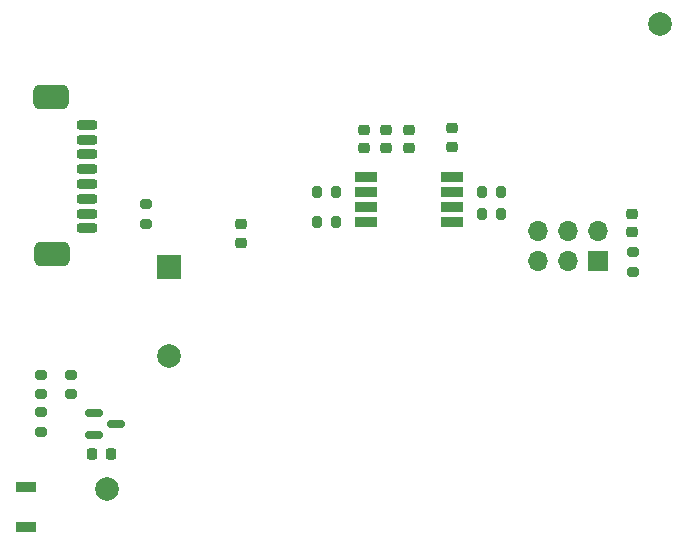
<source format=gbr>
%TF.GenerationSoftware,KiCad,Pcbnew,7.0.10*%
%TF.CreationDate,2024-01-10T06:21:24+05:30*%
%TF.ProjectId,Dashcam,44617368-6361-46d2-9e6b-696361645f70,rev?*%
%TF.SameCoordinates,Original*%
%TF.FileFunction,Soldermask,Bot*%
%TF.FilePolarity,Negative*%
%FSLAX46Y46*%
G04 Gerber Fmt 4.6, Leading zero omitted, Abs format (unit mm)*
G04 Created by KiCad (PCBNEW 7.0.10) date 2024-01-10 06:21:24*
%MOMM*%
%LPD*%
G01*
G04 APERTURE LIST*
G04 Aperture macros list*
%AMRoundRect*
0 Rectangle with rounded corners*
0 $1 Rounding radius*
0 $2 $3 $4 $5 $6 $7 $8 $9 X,Y pos of 4 corners*
0 Add a 4 corners polygon primitive as box body*
4,1,4,$2,$3,$4,$5,$6,$7,$8,$9,$2,$3,0*
0 Add four circle primitives for the rounded corners*
1,1,$1+$1,$2,$3*
1,1,$1+$1,$4,$5*
1,1,$1+$1,$6,$7*
1,1,$1+$1,$8,$9*
0 Add four rect primitives between the rounded corners*
20,1,$1+$1,$2,$3,$4,$5,0*
20,1,$1+$1,$4,$5,$6,$7,0*
20,1,$1+$1,$6,$7,$8,$9,0*
20,1,$1+$1,$8,$9,$2,$3,0*%
G04 Aperture macros list end*
%ADD10R,1.700000X1.700000*%
%ADD11O,1.700000X1.700000*%
%ADD12RoundRect,0.200000X-0.200000X-0.275000X0.200000X-0.275000X0.200000X0.275000X-0.200000X0.275000X0*%
%ADD13RoundRect,0.225000X-0.250000X0.225000X-0.250000X-0.225000X0.250000X-0.225000X0.250000X0.225000X0*%
%ADD14C,2.000000*%
%ADD15RoundRect,0.200000X-0.650000X0.200000X-0.650000X-0.200000X0.650000X-0.200000X0.650000X0.200000X0*%
%ADD16RoundRect,0.525000X-0.975000X0.525000X-0.975000X-0.525000X0.975000X-0.525000X0.975000X0.525000X0*%
%ADD17RoundRect,0.150000X-0.587500X-0.150000X0.587500X-0.150000X0.587500X0.150000X-0.587500X0.150000X0*%
%ADD18RoundRect,0.200000X-0.275000X0.200000X-0.275000X-0.200000X0.275000X-0.200000X0.275000X0.200000X0*%
%ADD19RoundRect,0.200000X0.275000X-0.200000X0.275000X0.200000X-0.275000X0.200000X-0.275000X-0.200000X0*%
%ADD20RoundRect,0.225000X0.225000X0.250000X-0.225000X0.250000X-0.225000X-0.250000X0.225000X-0.250000X0*%
%ADD21R,2.000000X2.000000*%
%ADD22RoundRect,0.054880X0.902120X0.337120X-0.902120X0.337120X-0.902120X-0.337120X0.902120X-0.337120X0*%
%ADD23R,1.700000X0.900000*%
%ADD24RoundRect,0.225000X0.250000X-0.225000X0.250000X0.225000X-0.250000X0.225000X-0.250000X-0.225000X0*%
G04 APERTURE END LIST*
D10*
%TO.C,J3*%
X157875000Y-63965000D03*
D11*
X157875000Y-61425000D03*
X155335000Y-63965000D03*
X155335000Y-61425000D03*
X152795000Y-63965000D03*
X152795000Y-61425000D03*
%TD*%
D12*
%TO.C,R7*%
X134020000Y-58115000D03*
X135670000Y-58115000D03*
%TD*%
D13*
%TO.C,C8*%
X145513000Y-52768000D03*
X145513000Y-54318000D03*
%TD*%
D14*
%TO.C,FID3*%
X116300000Y-83300000D03*
%TD*%
D15*
%TO.C,J4*%
X114570000Y-52470000D03*
X114570000Y-53720000D03*
X114570000Y-54970000D03*
X114570000Y-56220000D03*
X114570000Y-57470000D03*
X114570000Y-58720000D03*
X114570000Y-59970000D03*
X114570000Y-61220000D03*
D16*
X111520000Y-50120000D03*
X111595000Y-63420000D03*
%TD*%
D14*
%TO.C,FID2*%
X163056000Y-43950000D03*
%TD*%
D17*
%TO.C,U2*%
X115190000Y-78750000D03*
X115190000Y-76850000D03*
X117065000Y-77800000D03*
%TD*%
D18*
%TO.C,R3*%
X160780000Y-63245000D03*
X160780000Y-64895000D03*
%TD*%
D13*
%TO.C,C7*%
X141830000Y-52895000D03*
X141830000Y-54445000D03*
%TD*%
D19*
%TO.C,R1*%
X110715000Y-76785000D03*
X110715000Y-78435000D03*
%TD*%
D13*
%TO.C,C6*%
X138020000Y-52895000D03*
X138020000Y-54445000D03*
%TD*%
D20*
%TO.C,C1*%
X116570000Y-80340000D03*
X115020000Y-80340000D03*
%TD*%
D12*
%TO.C,R9*%
X147990000Y-60020000D03*
X149640000Y-60020000D03*
%TD*%
D21*
%TO.C,BZ1*%
X121510000Y-64475000D03*
D14*
X121510000Y-72075000D03*
%TD*%
D22*
%TO.C,U3*%
X145460000Y-56845000D03*
X145460000Y-58115000D03*
X145460000Y-59385000D03*
X145460000Y-60655000D03*
X138200000Y-60655000D03*
X138200000Y-59385000D03*
X138200000Y-58115000D03*
X138200000Y-56845000D03*
%TD*%
D23*
%TO.C,SW1*%
X109445000Y-83085000D03*
X109445000Y-86485000D03*
%TD*%
D13*
%TO.C,C5*%
X139925000Y-52895000D03*
X139925000Y-54445000D03*
%TD*%
D12*
%TO.C,R8*%
X147990000Y-58115000D03*
X149640000Y-58115000D03*
%TD*%
D24*
%TO.C,DC_U1*%
X127606000Y-62433000D03*
X127606000Y-60883000D03*
%TD*%
D13*
%TO.C,DC_U4*%
X160753000Y-60007000D03*
X160753000Y-61557000D03*
%TD*%
D18*
%TO.C,R4*%
X113255000Y-73610000D03*
X113255000Y-75260000D03*
%TD*%
%TO.C,R2*%
X119605000Y-59195000D03*
X119605000Y-60845000D03*
%TD*%
D19*
%TO.C,R5*%
X110715000Y-75260000D03*
X110715000Y-73610000D03*
%TD*%
D12*
%TO.C,R6*%
X134020000Y-60655000D03*
X135670000Y-60655000D03*
%TD*%
M02*

</source>
